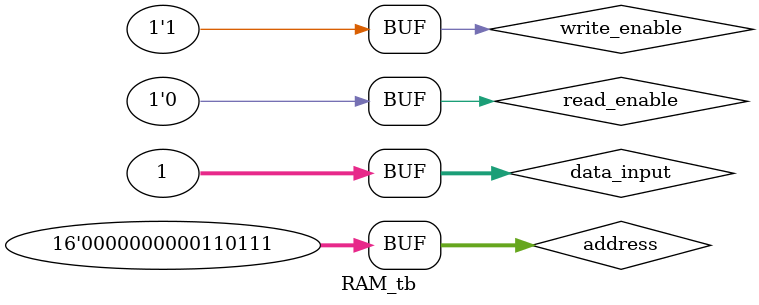
<source format=v>
module RAM_tb;
//use register for testbench
// reg clk, rst;
reg write_enable, read_enable;
reg [15:0] address;
// reg [31:0] in_out;
reg [31:0] data_input;
wire [31:0] data_output;
// reg [31:0] WriteRAM;

RAM_2_16x32 uut(
    // .data_io(in_out),
    .write_enable(write_enable),
    // .WriteRAM(WriteRAM),
    .data_input(data_input),
    .data_output(data_output),
    .read_enable(read_enable),
    .address(address)
    // .clk(clk),
    // .rst(rst)
);

initial begin
    // $monitor($time,,,
    // "Data=%d",data_output);
data_input = 0;
write_enable = 0;
read_enable = 0;

#10//write enable test
data_input = 20; //in adr 30 write 10
address = 66;
write_enable = 0;

#10
//read adr 30
write_enable = 1;

#10
write_enable = 0;
read_enable = 1;

#10
read_enable = 0;
data_input = 1;
address = 55;

#10
write_enable = 1;

#10
read_enable = 1;
#10
read_enable = 0;


// $finish();
end

// always #5 clk = ~clk;
endmodule

</source>
